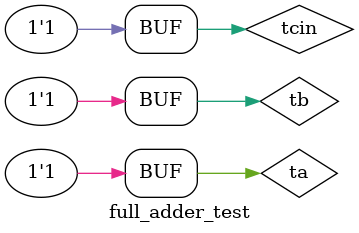
<source format=v>
module full_adder_1b (input a, b, cin, output sum, cout);

assign sum = a ^ b ^ cin;
assign cout = (a & b) | (a & cin) | (b & cin);

endmodule

module full_adder_test; 

reg ta, tb, tcin;
wire tsum , tcout;

full_adder_1b t (.a(ta) , .b(tb) , .cin(tcin) , .sum(tsum) , .cout(tcout));
initial 
begin
ta= 1'b0; tb= 1'b0;  tcin= 1'b0;

#100;
ta= 1'b0 ; tb= 1'b0 ; tcin= 1'b1 ;


#100;
ta= 1'b0 ; tb= 1'b1 ; tcin= 1'b0 ;

#100;
ta= 1'b0 ; tb= 1'b1 ; tcin= 1'b1 ;

#100;
ta= 1'b1 ; tb= 1'b0 ; tcin= 1'b0 ;

#100;
ta= 1'b1 ; tb= 1'b0 ; tcin= 1'b1 ;

#100;
ta= 1'b1 ; tb= 1'b1 ; tcin= 1'b0 ;

#100;
ta= 1'b1 ; tb= 1'b1 ; tcin= 1'b1 ;

end



endmodule

</source>
